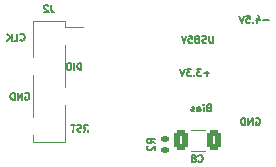
<source format=gbo>
G04 #@! TF.GenerationSoftware,KiCad,Pcbnew,(5.99.0-11526-gd613292b67)*
G04 #@! TF.CreationDate,2021-07-26T19:59:08-04:00*
G04 #@! TF.ProjectId,bias,62696173-2e6b-4696-9361-645f70636258,rev?*
G04 #@! TF.SameCoordinates,Original*
G04 #@! TF.FileFunction,Legend,Bot*
G04 #@! TF.FilePolarity,Positive*
%FSLAX46Y46*%
G04 Gerber Fmt 4.6, Leading zero omitted, Abs format (unit mm)*
G04 Created by KiCad (PCBNEW (5.99.0-11526-gd613292b67)) date 2021-07-26 19:59:08*
%MOMM*%
%LPD*%
G01*
G04 APERTURE LIST*
G04 Aperture macros list*
%AMRoundRect*
0 Rectangle with rounded corners*
0 $1 Rounding radius*
0 $2 $3 $4 $5 $6 $7 $8 $9 X,Y pos of 4 corners*
0 Add a 4 corners polygon primitive as box body*
4,1,4,$2,$3,$4,$5,$6,$7,$8,$9,$2,$3,0*
0 Add four circle primitives for the rounded corners*
1,1,$1+$1,$2,$3*
1,1,$1+$1,$4,$5*
1,1,$1+$1,$6,$7*
1,1,$1+$1,$8,$9*
0 Add four rect primitives between the rounded corners*
20,1,$1+$1,$2,$3,$4,$5,0*
20,1,$1+$1,$4,$5,$6,$7,0*
20,1,$1+$1,$6,$7,$8,$9,0*
20,1,$1+$1,$8,$9,$2,$3,0*%
G04 Aperture macros list end*
%ADD10C,0.150000*%
%ADD11C,0.120000*%
%ADD12C,0.704800*%
%ADD13C,0.400000*%
%ADD14C,0.600000*%
%ADD15O,1.700000X1.200000*%
%ADD16R,1.700000X1.700000*%
%ADD17O,1.700000X1.700000*%
%ADD18RoundRect,0.147500X-0.172500X0.147500X-0.172500X-0.147500X0.172500X-0.147500X0.172500X0.147500X0*%
%ADD19RoundRect,0.250000X0.375000X0.625000X-0.375000X0.625000X-0.375000X-0.625000X0.375000X-0.625000X0*%
%ADD20R,2.510000X1.000000*%
G04 APERTURE END LIST*
D10*
X195178571Y-105796428D02*
X195378571Y-105510714D01*
X195521428Y-105796428D02*
X195521428Y-105196428D01*
X195292857Y-105196428D01*
X195235714Y-105225000D01*
X195207142Y-105253571D01*
X195178571Y-105310714D01*
X195178571Y-105396428D01*
X195207142Y-105453571D01*
X195235714Y-105482142D01*
X195292857Y-105510714D01*
X195521428Y-105510714D01*
X194950000Y-105767857D02*
X194864285Y-105796428D01*
X194721428Y-105796428D01*
X194664285Y-105767857D01*
X194635714Y-105739285D01*
X194607142Y-105682142D01*
X194607142Y-105625000D01*
X194635714Y-105567857D01*
X194664285Y-105539285D01*
X194721428Y-105510714D01*
X194835714Y-105482142D01*
X194892857Y-105453571D01*
X194921428Y-105425000D01*
X194950000Y-105367857D01*
X194950000Y-105310714D01*
X194921428Y-105253571D01*
X194892857Y-105225000D01*
X194835714Y-105196428D01*
X194692857Y-105196428D01*
X194607142Y-105225000D01*
X194435714Y-105196428D02*
X194092857Y-105196428D01*
X194264285Y-105796428D02*
X194264285Y-105196428D01*
X190207142Y-102525000D02*
X190264285Y-102496428D01*
X190350000Y-102496428D01*
X190435714Y-102525000D01*
X190492857Y-102582142D01*
X190521428Y-102639285D01*
X190550000Y-102753571D01*
X190550000Y-102839285D01*
X190521428Y-102953571D01*
X190492857Y-103010714D01*
X190435714Y-103067857D01*
X190350000Y-103096428D01*
X190292857Y-103096428D01*
X190207142Y-103067857D01*
X190178571Y-103039285D01*
X190178571Y-102839285D01*
X190292857Y-102839285D01*
X189921428Y-103096428D02*
X189921428Y-102496428D01*
X189578571Y-103096428D01*
X189578571Y-102496428D01*
X189292857Y-103096428D02*
X189292857Y-102496428D01*
X189150000Y-102496428D01*
X189064285Y-102525000D01*
X189007142Y-102582142D01*
X188978571Y-102639285D01*
X188950000Y-102753571D01*
X188950000Y-102839285D01*
X188978571Y-102953571D01*
X189007142Y-103010714D01*
X189064285Y-103067857D01*
X189150000Y-103096428D01*
X189292857Y-103096428D01*
X205714285Y-103757142D02*
X205628571Y-103785714D01*
X205600000Y-103814285D01*
X205571428Y-103871428D01*
X205571428Y-103957142D01*
X205600000Y-104014285D01*
X205628571Y-104042857D01*
X205685714Y-104071428D01*
X205914285Y-104071428D01*
X205914285Y-103471428D01*
X205714285Y-103471428D01*
X205657142Y-103500000D01*
X205628571Y-103528571D01*
X205600000Y-103585714D01*
X205600000Y-103642857D01*
X205628571Y-103700000D01*
X205657142Y-103728571D01*
X205714285Y-103757142D01*
X205914285Y-103757142D01*
X205314285Y-104071428D02*
X205314285Y-103671428D01*
X205314285Y-103471428D02*
X205342857Y-103500000D01*
X205314285Y-103528571D01*
X205285714Y-103500000D01*
X205314285Y-103471428D01*
X205314285Y-103528571D01*
X204771428Y-104071428D02*
X204771428Y-103757142D01*
X204800000Y-103700000D01*
X204857142Y-103671428D01*
X204971428Y-103671428D01*
X205028571Y-103700000D01*
X204771428Y-104042857D02*
X204828571Y-104071428D01*
X204971428Y-104071428D01*
X205028571Y-104042857D01*
X205057142Y-103985714D01*
X205057142Y-103928571D01*
X205028571Y-103871428D01*
X204971428Y-103842857D01*
X204828571Y-103842857D01*
X204771428Y-103814285D01*
X204514285Y-104042857D02*
X204457142Y-104071428D01*
X204342857Y-104071428D01*
X204285714Y-104042857D01*
X204257142Y-103985714D01*
X204257142Y-103957142D01*
X204285714Y-103900000D01*
X204342857Y-103871428D01*
X204428571Y-103871428D01*
X204485714Y-103842857D01*
X204514285Y-103785714D01*
X204514285Y-103757142D01*
X204485714Y-103700000D01*
X204428571Y-103671428D01*
X204342857Y-103671428D01*
X204285714Y-103700000D01*
X209732142Y-104650000D02*
X209789285Y-104621428D01*
X209875000Y-104621428D01*
X209960714Y-104650000D01*
X210017857Y-104707142D01*
X210046428Y-104764285D01*
X210075000Y-104878571D01*
X210075000Y-104964285D01*
X210046428Y-105078571D01*
X210017857Y-105135714D01*
X209960714Y-105192857D01*
X209875000Y-105221428D01*
X209817857Y-105221428D01*
X209732142Y-105192857D01*
X209703571Y-105164285D01*
X209703571Y-104964285D01*
X209817857Y-104964285D01*
X209446428Y-105221428D02*
X209446428Y-104621428D01*
X209103571Y-105221428D01*
X209103571Y-104621428D01*
X208817857Y-105221428D02*
X208817857Y-104621428D01*
X208675000Y-104621428D01*
X208589285Y-104650000D01*
X208532142Y-104707142D01*
X208503571Y-104764285D01*
X208475000Y-104878571D01*
X208475000Y-104964285D01*
X208503571Y-105078571D01*
X208532142Y-105135714D01*
X208589285Y-105192857D01*
X208675000Y-105221428D01*
X208817857Y-105221428D01*
X189782142Y-98039285D02*
X189810714Y-98067857D01*
X189896428Y-98096428D01*
X189953571Y-98096428D01*
X190039285Y-98067857D01*
X190096428Y-98010714D01*
X190125000Y-97953571D01*
X190153571Y-97839285D01*
X190153571Y-97753571D01*
X190125000Y-97639285D01*
X190096428Y-97582142D01*
X190039285Y-97525000D01*
X189953571Y-97496428D01*
X189896428Y-97496428D01*
X189810714Y-97525000D01*
X189782142Y-97553571D01*
X189239285Y-98096428D02*
X189525000Y-98096428D01*
X189525000Y-97496428D01*
X189039285Y-98096428D02*
X189039285Y-97496428D01*
X188696428Y-98096428D02*
X188953571Y-97753571D01*
X188696428Y-97496428D02*
X189039285Y-97839285D01*
X205800000Y-100842857D02*
X205342857Y-100842857D01*
X205571428Y-101071428D02*
X205571428Y-100614285D01*
X205114285Y-100471428D02*
X204742857Y-100471428D01*
X204942857Y-100700000D01*
X204857142Y-100700000D01*
X204800000Y-100728571D01*
X204771428Y-100757142D01*
X204742857Y-100814285D01*
X204742857Y-100957142D01*
X204771428Y-101014285D01*
X204800000Y-101042857D01*
X204857142Y-101071428D01*
X205028571Y-101071428D01*
X205085714Y-101042857D01*
X205114285Y-101014285D01*
X204485714Y-101014285D02*
X204457142Y-101042857D01*
X204485714Y-101071428D01*
X204514285Y-101042857D01*
X204485714Y-101014285D01*
X204485714Y-101071428D01*
X204257142Y-100471428D02*
X203885714Y-100471428D01*
X204085714Y-100700000D01*
X204000000Y-100700000D01*
X203942857Y-100728571D01*
X203914285Y-100757142D01*
X203885714Y-100814285D01*
X203885714Y-100957142D01*
X203914285Y-101014285D01*
X203942857Y-101042857D01*
X204000000Y-101071428D01*
X204171428Y-101071428D01*
X204228571Y-101042857D01*
X204257142Y-101014285D01*
X203714285Y-100471428D02*
X203514285Y-101071428D01*
X203314285Y-100471428D01*
X210800000Y-96342857D02*
X210342857Y-96342857D01*
X209800000Y-96171428D02*
X209800000Y-96571428D01*
X209942857Y-95942857D02*
X210085714Y-96371428D01*
X209714285Y-96371428D01*
X209485714Y-96514285D02*
X209457142Y-96542857D01*
X209485714Y-96571428D01*
X209514285Y-96542857D01*
X209485714Y-96514285D01*
X209485714Y-96571428D01*
X208914285Y-95971428D02*
X209200000Y-95971428D01*
X209228571Y-96257142D01*
X209200000Y-96228571D01*
X209142857Y-96200000D01*
X209000000Y-96200000D01*
X208942857Y-96228571D01*
X208914285Y-96257142D01*
X208885714Y-96314285D01*
X208885714Y-96457142D01*
X208914285Y-96514285D01*
X208942857Y-96542857D01*
X209000000Y-96571428D01*
X209142857Y-96571428D01*
X209200000Y-96542857D01*
X209228571Y-96514285D01*
X208714285Y-95971428D02*
X208514285Y-96571428D01*
X208314285Y-95971428D01*
X194964285Y-100546428D02*
X194964285Y-99946428D01*
X194821428Y-99946428D01*
X194735714Y-99975000D01*
X194678571Y-100032142D01*
X194650000Y-100089285D01*
X194621428Y-100203571D01*
X194621428Y-100289285D01*
X194650000Y-100403571D01*
X194678571Y-100460714D01*
X194735714Y-100517857D01*
X194821428Y-100546428D01*
X194964285Y-100546428D01*
X194364285Y-100546428D02*
X194364285Y-99946428D01*
X193964285Y-99946428D02*
X193850000Y-99946428D01*
X193792857Y-99975000D01*
X193735714Y-100032142D01*
X193707142Y-100146428D01*
X193707142Y-100346428D01*
X193735714Y-100460714D01*
X193792857Y-100517857D01*
X193850000Y-100546428D01*
X193964285Y-100546428D01*
X194021428Y-100517857D01*
X194078571Y-100460714D01*
X194107142Y-100346428D01*
X194107142Y-100146428D01*
X194078571Y-100032142D01*
X194021428Y-99975000D01*
X193964285Y-99946428D01*
X206125000Y-97671428D02*
X206125000Y-98157142D01*
X206096428Y-98214285D01*
X206067857Y-98242857D01*
X206010714Y-98271428D01*
X205896428Y-98271428D01*
X205839285Y-98242857D01*
X205810714Y-98214285D01*
X205782142Y-98157142D01*
X205782142Y-97671428D01*
X205525000Y-98242857D02*
X205439285Y-98271428D01*
X205296428Y-98271428D01*
X205239285Y-98242857D01*
X205210714Y-98214285D01*
X205182142Y-98157142D01*
X205182142Y-98100000D01*
X205210714Y-98042857D01*
X205239285Y-98014285D01*
X205296428Y-97985714D01*
X205410714Y-97957142D01*
X205467857Y-97928571D01*
X205496428Y-97900000D01*
X205525000Y-97842857D01*
X205525000Y-97785714D01*
X205496428Y-97728571D01*
X205467857Y-97700000D01*
X205410714Y-97671428D01*
X205267857Y-97671428D01*
X205182142Y-97700000D01*
X204725000Y-97957142D02*
X204639285Y-97985714D01*
X204610714Y-98014285D01*
X204582142Y-98071428D01*
X204582142Y-98157142D01*
X204610714Y-98214285D01*
X204639285Y-98242857D01*
X204696428Y-98271428D01*
X204925000Y-98271428D01*
X204925000Y-97671428D01*
X204725000Y-97671428D01*
X204667857Y-97700000D01*
X204639285Y-97728571D01*
X204610714Y-97785714D01*
X204610714Y-97842857D01*
X204639285Y-97900000D01*
X204667857Y-97928571D01*
X204725000Y-97957142D01*
X204925000Y-97957142D01*
X204039285Y-97671428D02*
X204325000Y-97671428D01*
X204353571Y-97957142D01*
X204325000Y-97928571D01*
X204267857Y-97900000D01*
X204125000Y-97900000D01*
X204067857Y-97928571D01*
X204039285Y-97957142D01*
X204010714Y-98014285D01*
X204010714Y-98157142D01*
X204039285Y-98214285D01*
X204067857Y-98242857D01*
X204125000Y-98271428D01*
X204267857Y-98271428D01*
X204325000Y-98242857D01*
X204353571Y-98214285D01*
X203839285Y-97671428D02*
X203639285Y-98271428D01*
X203439285Y-97671428D01*
X201151428Y-106775000D02*
X200865714Y-106575000D01*
X201151428Y-106432142D02*
X200551428Y-106432142D01*
X200551428Y-106660714D01*
X200580000Y-106717857D01*
X200608571Y-106746428D01*
X200665714Y-106775000D01*
X200751428Y-106775000D01*
X200808571Y-106746428D01*
X200837142Y-106717857D01*
X200865714Y-106660714D01*
X200865714Y-106432142D01*
X200608571Y-107003571D02*
X200580000Y-107032142D01*
X200551428Y-107089285D01*
X200551428Y-107232142D01*
X200580000Y-107289285D01*
X200608571Y-107317857D01*
X200665714Y-107346428D01*
X200722857Y-107346428D01*
X200808571Y-107317857D01*
X201151428Y-106975000D01*
X201151428Y-107346428D01*
X204850000Y-108314285D02*
X204878571Y-108342857D01*
X204964285Y-108371428D01*
X205021428Y-108371428D01*
X205107142Y-108342857D01*
X205164285Y-108285714D01*
X205192857Y-108228571D01*
X205221428Y-108114285D01*
X205221428Y-108028571D01*
X205192857Y-107914285D01*
X205164285Y-107857142D01*
X205107142Y-107800000D01*
X205021428Y-107771428D01*
X204964285Y-107771428D01*
X204878571Y-107800000D01*
X204850000Y-107828571D01*
X204507142Y-108028571D02*
X204564285Y-108000000D01*
X204592857Y-107971428D01*
X204621428Y-107914285D01*
X204621428Y-107885714D01*
X204592857Y-107828571D01*
X204564285Y-107800000D01*
X204507142Y-107771428D01*
X204392857Y-107771428D01*
X204335714Y-107800000D01*
X204307142Y-107828571D01*
X204278571Y-107885714D01*
X204278571Y-107914285D01*
X204307142Y-107971428D01*
X204335714Y-108000000D01*
X204392857Y-108028571D01*
X204507142Y-108028571D01*
X204564285Y-108057142D01*
X204592857Y-108085714D01*
X204621428Y-108142857D01*
X204621428Y-108257142D01*
X204592857Y-108314285D01*
X204564285Y-108342857D01*
X204507142Y-108371428D01*
X204392857Y-108371428D01*
X204335714Y-108342857D01*
X204307142Y-108314285D01*
X204278571Y-108257142D01*
X204278571Y-108142857D01*
X204307142Y-108085714D01*
X204335714Y-108057142D01*
X204392857Y-108028571D01*
X192400000Y-95056428D02*
X192400000Y-95485000D01*
X192428571Y-95570714D01*
X192485714Y-95627857D01*
X192571428Y-95656428D01*
X192628571Y-95656428D01*
X192142857Y-95113571D02*
X192114285Y-95085000D01*
X192057142Y-95056428D01*
X191914285Y-95056428D01*
X191857142Y-95085000D01*
X191828571Y-95113571D01*
X191800000Y-95170714D01*
X191800000Y-95227857D01*
X191828571Y-95313571D01*
X192171428Y-95656428D01*
X191800000Y-95656428D01*
D11*
X205402064Y-107435000D02*
X204197936Y-107435000D01*
X205402064Y-105615000D02*
X204197936Y-105615000D01*
X193530000Y-98475000D02*
X193530000Y-102035000D01*
X193530000Y-96955000D02*
X195050000Y-96955000D01*
X193530000Y-106665000D02*
X190870000Y-106665000D01*
X193530000Y-103555000D02*
X193530000Y-106665000D01*
X190870000Y-106095000D02*
X190870000Y-106665000D01*
X193530000Y-96385000D02*
X193530000Y-96955000D01*
X193530000Y-96385000D02*
X190870000Y-96385000D01*
X190870000Y-101015000D02*
X190870000Y-104575000D01*
X190870000Y-96385000D02*
X190870000Y-99495000D01*
%LPC*%
D12*
X190359200Y-97255400D03*
X190359200Y-103605400D03*
D13*
X194822334Y-104767087D03*
X194822334Y-103352874D03*
X196236548Y-104767087D03*
X195529441Y-104059981D03*
X193408121Y-104767087D03*
X194115228Y-104059981D03*
X195529441Y-105474194D03*
X194115228Y-105474194D03*
X194822334Y-106181301D03*
D14*
X194159240Y-96372680D03*
X205159240Y-96372680D03*
D15*
X195559240Y-99142680D03*
X195559240Y-96202680D03*
X203759239Y-99142680D03*
X203759239Y-96202680D03*
D16*
X207391000Y-98260000D03*
D17*
X209931000Y-98260000D03*
X207391000Y-100800000D03*
X209931000Y-100800000D03*
X207391000Y-103340000D03*
X209931000Y-103340000D03*
D18*
X202050000Y-106390000D03*
X202050000Y-107360000D03*
D19*
X206200000Y-106525000D03*
X203400000Y-106525000D03*
D20*
X193855000Y-97715000D03*
X190545000Y-100255000D03*
X193855000Y-102795000D03*
X190545000Y-105335000D03*
M02*

</source>
